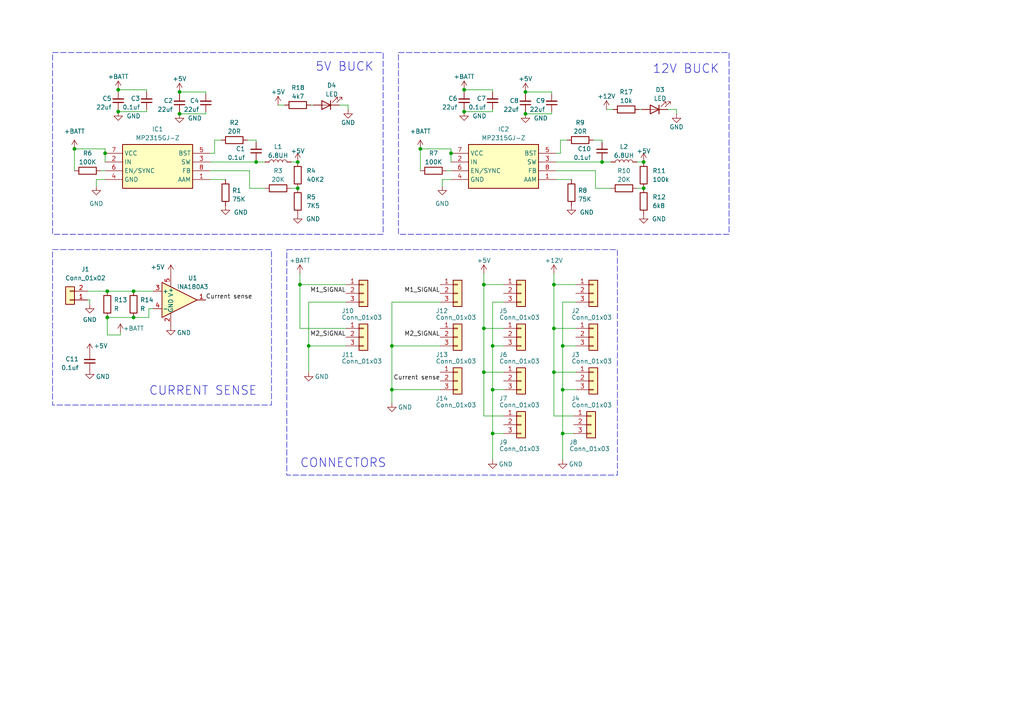
<source format=kicad_sch>
(kicad_sch (version 20230121) (generator eeschema)
  (paper "A4")
  (lib_symbols
    (symbol "+12V_1" (power) (pin_names (offset 0))
      (property "Value" "+12V_1" (at 0 3.556 0))
      (symbol "+12V_1_0_1"
        (polyline (pts (xy -0.762 1.27) (xy 0 2.54)))
        (polyline (pts (xy 0 0) (xy 0 2.54)))
        (polyline (pts (xy 0 2.54) (xy 0.762 1.27)))
      )
      (symbol "+12V_1_1_1"
        (pin power_in line (at 0 0 90) (length 0) hide (name "+12V") (number "1"))
      )
    )
    (symbol "+5V_1" (power) (pin_names (offset 0))
      (property "Value" "+5V_1" (at 0 3.556 0))
      (symbol "+5V_1_0_1"
        (polyline (pts (xy -0.762 1.27) (xy 0 2.54)))
        (polyline (pts (xy 0 0) (xy 0 2.54)))
        (polyline (pts (xy 0 2.54) (xy 0.762 1.27)))
      )
      (symbol "+5V_1_1_1"
        (pin power_in line (at 0 0 90) (length 0) hide (name "+5V") (number "1"))
      )
    )
    (symbol "Amplifier_Current:INA180A3" (pin_names (offset 0.127))
      (property "Reference" "U" (at 3.81 3.81 0))
      (property "Value" "INA180A3" (at 3.81 -2.54 0))
      (symbol "INA180A3_0_1"
        (polyline (pts (xy 5.08 0) (xy -5.08 5.08) (xy -5.08 -5.08) (xy 5.08 0)) (stroke (width 0.254)) (fill (type background)))
      )
      (symbol "INA180A3_1_1"
        (pin output line (at 7.62 0 180) (length 2.54) (name "~") (number "1"))
        (pin power_in line (at -2.54 -7.62 90) (length 3.81) (name "GND") (number "2"))
        (pin input line (at -7.62 2.54 0) (length 2.54) (name "+") (number "3"))
        (pin input line (at -7.62 -2.54 0) (length 2.54) (name "-") (number "4"))
        (pin power_in line (at -2.54 7.62 270) (length 3.81) (name "V+") (number "5"))
      )
    )
    (symbol "Connector_Generic:Conn_01x02" (pin_names (offset 1.016) hide)
      (property "Reference" "J" (at 0 2.54 0))
      (property "Value" "Conn_01x02" (at 0 -5.08 0))
      (symbol "Conn_01x02_1_1"
        (rectangle (start -1.27 -2.413) (end 0 -2.667) (stroke (width 0.1524)))
        (rectangle (start -1.27 0.127) (end 0 -0.127) (stroke (width 0.1524)))
        (rectangle (start -1.27 1.27) (end 1.27 -3.81) (stroke (width 0.254)) (fill (type background)))
        (pin passive line (at -5.08 0 0) (length 3.81) (name "Pin_1") (number "1"))
        (pin passive line (at -5.08 -2.54 0) (length 3.81) (name "Pin_2") (number "2"))
      )
    )
    (symbol "Connector_Generic:Conn_01x03" (pin_names (offset 1.016) hide)
      (property "Reference" "J" (at 0 5.08 0))
      (property "Value" "Conn_01x03" (at 0 -5.08 0))
      (symbol "Conn_01x03_1_1"
        (rectangle (start -1.27 -2.413) (end 0 -2.667) (stroke (width 0.1524)))
        (rectangle (start -1.27 0.127) (end 0 -0.127) (stroke (width 0.1524)))
        (rectangle (start -1.27 2.667) (end 0 2.413) (stroke (width 0.1524)))
        (rectangle (start -1.27 3.81) (end 1.27 -3.81) (stroke (width 0.254)) (fill (type background)))
        (pin passive line (at -5.08 2.54 0) (length 3.81) (name "Pin_1") (number "1"))
        (pin passive line (at -5.08 0 0) (length 3.81) (name "Pin_2") (number "2"))
        (pin passive line (at -5.08 -2.54 0) (length 3.81) (name "Pin_3") (number "3"))
      )
    )
    (symbol "Device:C_Small" (pin_numbers hide) (pin_names (offset 0.254) hide)
      (property "Reference" "C" (at 0.254 1.778 0))
      (property "Value" "C_Small" (at 0.254 -2.032 0))
      (symbol "C_Small_0_1"
        (polyline (pts (xy -1.524 -0.508) (xy 1.524 -0.508)) (stroke (width 0.3302)))
        (polyline (pts (xy -1.524 0.508) (xy 1.524 0.508)) (stroke (width 0.3048)))
      )
      (symbol "C_Small_1_1"
        (pin passive line (at 0 2.54 270) (length 2.032) (name "~") (number "1"))
        (pin passive line (at 0 -2.54 90) (length 2.032) (name "~") (number "2"))
      )
    )
    (symbol "Device:L" (pin_numbers hide) (pin_names (offset 1.016) hide)
      (property "Reference" "L" (at -1.27 0 90))
      (property "Value" "L" (at 1.905 0 90))
      (symbol "L_0_1"
        (arc (start 0 -2.54) (mid 0.6323 -1.905) (end 0 -1.27))
        (arc (start 0 -1.27) (mid 0.6323 -0.635) (end 0 0))
        (arc (start 0 0) (mid 0.6323 0.635) (end 0 1.27))
        (arc (start 0 1.27) (mid 0.6323 1.905) (end 0 2.54))
      )
      (symbol "L_1_1"
        (pin passive line (at 0 3.81 270) (length 1.27) (name "1") (number "1"))
        (pin passive line (at 0 -3.81 90) (length 1.27) (name "2") (number "2"))
      )
    )
    (symbol "Device:LED" (pin_numbers hide) (pin_names (offset 1.016) hide)
      (property "Reference" "D" (at 0 2.54 0))
      (property "Value" "LED" (at 0 -2.54 0))
      (symbol "LED_0_1"
        (polyline (pts (xy -1.27 -1.27) (xy -1.27 1.27)) (stroke (width 0.254)))
        (polyline (pts (xy -1.27 0) (xy 1.27 0)))
        (polyline (pts (xy 1.27 -1.27) (xy 1.27 1.27) (xy -1.27 0) (xy 1.27 -1.27)) (stroke (width 0.254)))
        (polyline (pts (xy -3.048 -0.762) (xy -4.572 -2.286) (xy -3.81 -2.286) (xy -4.572 -2.286) (xy -4.572 -1.524)))
        (polyline (pts (xy -1.778 -0.762) (xy -3.302 -2.286) (xy -2.54 -2.286) (xy -3.302 -2.286) (xy -3.302 -1.524)))
      )
      (symbol "LED_1_1"
        (pin passive line (at -3.81 0 0) (length 2.54) (name "K") (number "1"))
        (pin passive line (at 3.81 0 180) (length 2.54) (name "A") (number "2"))
      )
    )
    (symbol "Device:R" (pin_numbers hide) (pin_names (offset 0))
      (property "Reference" "R" (at 2.032 0 90))
      (property "Value" "R" (at 0 0 90))
      (symbol "R_0_1"
        (rectangle (start -1.016 -2.54) (end 1.016 2.54) (stroke (width 0.254)))
      )
      (symbol "R_1_1"
        (pin passive line (at 0 3.81 270) (length 1.27) (name "~") (number "1"))
        (pin passive line (at 0 -3.81 90) (length 1.27) (name "~") (number "2"))
      )
    )
    (symbol "SamacSys_Parts:MP2315GJ-Z"
      (property "Reference" "IC" (at 7.62 7.62 0))
      (property "Value" "MP2315GJ-Z" (at 7.62 5.08 0))
      (symbol "MP2315GJ-Z_1_1"
        (rectangle (start 5.08 2.54) (end 25.4 -10.16) (stroke (width 0.254)) (fill (type background)))
        (pin passive line (at 30.48 -7.62 180) (length 5.08) (name "AAM") (number "1"))
        (pin input line (at 0 -2.54 0) (length 5.08) (name "IN") (number "2"))
        (pin passive line (at 30.48 -2.54 180) (length 5.08) (name "SW") (number "3"))
        (pin power_in line (at 0 -7.62 0) (length 5.08) (name "GND") (number "4"))
        (pin passive line (at 30.48 0 180) (length 5.08) (name "BST") (number "5"))
        (pin passive line (at 0 -5.08 0) (length 5.08) (name "EN/SYNC") (number "6"))
        (pin passive line (at 0 0 0) (length 5.08) (name "VCC") (number "7"))
        (pin passive line (at 30.48 -5.08 180) (length 5.08) (name "FB") (number "8"))
      )
    )
    (symbol "power:+5V" (power) (pin_names (offset 0))
      (property "Value" "+5V" (at 0 3.556 0))
      (symbol "+5V_0_1"
        (polyline (pts (xy -0.762 1.27) (xy 0 2.54)))
        (polyline (pts (xy 0 0) (xy 0 2.54)))
        (polyline (pts (xy 0 2.54) (xy 0.762 1.27)))
      )
      (symbol "+5V_1_1"
        (pin power_in line (at 0 0 90) (length 0) hide (name "+5V") (number "1"))
      )
    )
    (symbol "power:+BATT" (power) (pin_names (offset 0))
      (property "Value" "+BATT" (at 0 3.556 0))
      (symbol "+BATT_0_1"
        (polyline (pts (xy -0.762 1.27) (xy 0 2.54)))
        (polyline (pts (xy 0 0) (xy 0 2.54)))
        (polyline (pts (xy 0 2.54) (xy 0.762 1.27)))
      )
      (symbol "+BATT_1_1"
        (pin power_in line (at 0 0 90) (length 0) hide (name "+BATT") (number "1"))
      )
    )
    (symbol "power:GND" (power) (pin_names (offset 0))
      (property "Value" "GND" (at 0 -3.81 0))
      (symbol "GND_0_1"
        (polyline (pts (xy 0 0) (xy 0 -1.27) (xy 1.27 -1.27) (xy 0 -2.54) (xy -1.27 -1.27) (xy 0 -1.27)))
      )
      (symbol "GND_1_1"
        (pin power_in line (at 0 0 270) (length 0) hide (name "GND") (number "1"))
      )
    )
  )
  (junction (at 34.29 26.035))
  (junction (at 186.69 54.61))
  (junction (at 38.735 92.075))
  (junction (at 186.69 46.99))
  (junction (at 74.295 46.99))
  (junction (at 89.535 100.33))
  (junction (at 152.4 33.02))
  (junction (at 142.875 100.33))
  (junction (at 140.335 107.95))
  (junction (at 52.07 26.67))
  (junction (at 30.48 44.45))
  (junction (at 134.62 32.385))
  (junction (at 34.29 32.385))
  (junction (at 86.995 82.55))
  (junction (at 152.4 26.67))
  (junction (at 160.655 95.25))
  (junction (at 140.335 95.25))
  (junction (at 163.195 113.03))
  (junction (at 21.59 43.18))
  (junction (at 140.335 82.55))
  (junction (at 142.875 113.03))
  (junction (at 38.735 84.455))
  (junction (at 113.665 113.03))
  (junction (at 121.92 43.18))
  (junction (at 134.62 26.035))
  (junction (at 86.36 54.61))
  (junction (at 86.36 46.99))
  (junction (at 52.07 33.02))
  (junction (at 130.81 44.45))
  (junction (at 160.655 107.95))
  (junction (at 163.195 125.73))
  (junction (at 163.195 100.33))
  (junction (at 142.875 125.73))
  (junction (at 174.625 46.99))
  (junction (at 113.665 100.33))
  (junction (at 160.655 82.55))
  (junction (at 31.115 92.075))
  (junction (at 31.115 84.455))
  (wire (pts (xy 162.56 44.45) (xy 162.56 40.64)))
  (wire (pts (xy 160.655 82.55) (xy 167.005 82.55)))
  (wire (pts (xy 130.81 44.45) (xy 130.81 43.18)))
  (wire (pts (xy 34.925 97.155) (xy 34.925 96.52)))
  (wire (pts (xy 86.995 79.375) (xy 86.995 82.55)))
  (wire (pts (xy 30.48 43.18) (xy 21.59 43.18)))
  (wire (pts (xy 142.875 26.035) (xy 142.875 26.67)))
  (wire (pts (xy 160.02 33.02) (xy 152.4 33.02)))
  (wire (pts (xy 29.21 49.53) (xy 30.48 49.53)))
  (wire (pts (xy 134.62 26.035) (xy 142.875 26.035)))
  (wire (pts (xy 160.02 26.67) (xy 152.4 26.67)))
  (wire (pts (xy 140.335 95.25) (xy 146.05 95.25)))
  (wire (pts (xy 142.875 32.385) (xy 142.875 31.75)))
  (wire (pts (xy 160.02 26.67) (xy 160.02 27.305)))
  (wire (pts (xy 172.085 40.64) (xy 174.625 40.64)))
  (wire (pts (xy 34.29 32.385) (xy 34.29 31.75)))
  (wire (pts (xy 163.195 113.03) (xy 167.005 113.03)))
  (wire (pts (xy 86.995 95.25) (xy 100.33 95.25)))
  (wire (pts (xy 134.62 26.035) (xy 134.62 26.67)))
  (wire (pts (xy 163.195 100.33) (xy 163.195 87.63)))
  (wire (pts (xy 27.94 52.07) (xy 30.48 52.07)))
  (wire (pts (xy 100.965 31.75) (xy 100.965 30.48)))
  (wire (pts (xy 160.655 79.375) (xy 160.655 82.55)))
  (wire (pts (xy 34.29 26.035) (xy 42.545 26.035)))
  (wire (pts (xy 59.69 26.67) (xy 52.07 26.67)))
  (wire (pts (xy 43.18 92.075) (xy 43.18 89.535)))
  (wire (pts (xy 160.655 95.25) (xy 160.655 107.95)))
  (wire (pts (xy 74.295 46.99) (xy 76.835 46.99)))
  (wire (pts (xy 80.645 30.48) (xy 82.55 30.48)))
  (wire (pts (xy 31.115 84.455) (xy 38.735 84.455)))
  (wire (pts (xy 172.72 49.53) (xy 161.29 49.53)))
  (wire (pts (xy 160.655 82.55) (xy 160.655 95.25)))
  (wire (pts (xy 113.665 100.33) (xy 113.665 87.63)))
  (wire (pts (xy 142.875 125.73) (xy 146.05 125.73)))
  (wire (pts (xy 174.625 46.99) (xy 177.165 46.99)))
  (wire (pts (xy 142.875 133.35) (xy 142.875 125.73)))
  (wire (pts (xy 140.335 95.25) (xy 140.335 107.95)))
  (wire (pts (xy 113.665 113.03) (xy 113.665 100.33)))
  (wire (pts (xy 142.875 100.33) (xy 142.875 87.63)))
  (wire (pts (xy 62.23 40.64) (xy 64.135 40.64)))
  (wire (pts (xy 129.54 49.53) (xy 130.81 49.53)))
  (wire (pts (xy 98.425 30.48) (xy 100.965 30.48)))
  (wire (pts (xy 163.195 87.63) (xy 167.005 87.63)))
  (wire (pts (xy 84.455 46.99) (xy 86.36 46.99)))
  (wire (pts (xy 89.535 107.95) (xy 89.535 100.33)))
  (wire (pts (xy 174.625 46.99) (xy 161.29 46.99)))
  (wire (pts (xy 162.56 40.64) (xy 164.465 40.64)))
  (wire (pts (xy 161.29 52.07) (xy 165.735 52.07)))
  (wire (pts (xy 25.4 84.455) (xy 31.115 84.455)))
  (wire (pts (xy 163.195 113.03) (xy 163.195 125.73)))
  (wire (pts (xy 86.995 82.55) (xy 86.995 95.25)))
  (wire (pts (xy 160.655 107.95) (xy 160.655 120.65)))
  (wire (pts (xy 38.735 92.075) (xy 43.18 92.075)))
  (wire (pts (xy 160.655 107.95) (xy 167.005 107.95)))
  (wire (pts (xy 100.33 87.63) (xy 89.535 87.63)))
  (wire (pts (xy 163.195 113.03) (xy 163.195 100.33)))
  (wire (pts (xy 76.835 54.61) (xy 72.39 54.61)))
  (wire (pts (xy 113.665 100.33) (xy 127.635 100.33)))
  (wire (pts (xy 42.545 32.385) (xy 42.545 31.75)))
  (wire (pts (xy 174.625 46.355) (xy 174.625 46.99)))
  (wire (pts (xy 30.48 44.45) (xy 30.48 43.18)))
  (wire (pts (xy 196.215 33.02) (xy 196.215 31.75)))
  (wire (pts (xy 166.37 125.73) (xy 163.195 125.73)))
  (wire (pts (xy 142.875 113.03) (xy 146.05 113.03)))
  (wire (pts (xy 74.295 40.64) (xy 74.295 41.275)))
  (wire (pts (xy 26.035 86.995) (xy 26.035 88.265)))
  (wire (pts (xy 140.335 107.95) (xy 140.335 120.65)))
  (wire (pts (xy 86.995 82.55) (xy 100.33 82.55)))
  (wire (pts (xy 42.545 26.035) (xy 42.545 26.67)))
  (wire (pts (xy 34.29 26.035) (xy 34.29 26.67)))
  (wire (pts (xy 193.675 31.75) (xy 196.215 31.75)))
  (wire (pts (xy 34.29 32.385) (xy 42.545 32.385)))
  (wire (pts (xy 30.48 46.99) (xy 30.48 44.45)))
  (wire (pts (xy 140.335 82.55) (xy 140.335 95.25)))
  (wire (pts (xy 71.755 40.64) (xy 74.295 40.64)))
  (wire (pts (xy 128.27 52.07) (xy 130.81 52.07)))
  (wire (pts (xy 184.785 54.61) (xy 186.69 54.61)))
  (wire (pts (xy 52.07 32.385) (xy 52.07 33.02)))
  (wire (pts (xy 62.23 44.45) (xy 62.23 40.64)))
  (wire (pts (xy 184.785 46.99) (xy 186.69 46.99)))
  (wire (pts (xy 84.455 54.61) (xy 86.36 54.61)))
  (wire (pts (xy 185.42 31.75) (xy 186.055 31.75)))
  (wire (pts (xy 152.4 32.385) (xy 152.4 33.02)))
  (wire (pts (xy 152.4 27.305) (xy 152.4 26.67)))
  (wire (pts (xy 140.335 107.95) (xy 146.05 107.95)))
  (wire (pts (xy 175.895 31.75) (xy 177.8 31.75)))
  (wire (pts (xy 134.62 32.385) (xy 142.875 32.385)))
  (wire (pts (xy 52.07 27.305) (xy 52.07 26.67)))
  (wire (pts (xy 31.115 92.075) (xy 38.735 92.075)))
  (wire (pts (xy 140.335 79.375) (xy 140.335 82.55)))
  (wire (pts (xy 174.625 40.64) (xy 174.625 41.275)))
  (wire (pts (xy 25.4 86.995) (xy 26.035 86.995)))
  (wire (pts (xy 59.69 26.67) (xy 59.69 27.305)))
  (wire (pts (xy 163.195 100.33) (xy 167.005 100.33)))
  (wire (pts (xy 60.96 44.45) (xy 62.23 44.45)))
  (wire (pts (xy 60.96 52.07) (xy 65.405 52.07)))
  (wire (pts (xy 140.335 82.55) (xy 146.05 82.55)))
  (wire (pts (xy 113.665 87.63) (xy 127.635 87.63)))
  (wire (pts (xy 161.29 44.45) (xy 162.56 44.45)))
  (wire (pts (xy 72.39 49.53) (xy 60.96 49.53)))
  (wire (pts (xy 38.735 84.455) (xy 44.45 84.455)))
  (wire (pts (xy 74.295 46.99) (xy 60.96 46.99)))
  (wire (pts (xy 134.62 32.385) (xy 134.62 31.75)))
  (wire (pts (xy 89.535 100.33) (xy 100.33 100.33)))
  (wire (pts (xy 163.195 125.73) (xy 163.195 133.35)))
  (wire (pts (xy 89.535 87.63) (xy 89.535 100.33)))
  (wire (pts (xy 43.18 89.535) (xy 44.45 89.535)))
  (wire (pts (xy 142.875 100.33) (xy 146.05 100.33)))
  (wire (pts (xy 121.92 49.53) (xy 121.92 43.18)))
  (wire (pts (xy 34.925 97.155) (xy 31.115 97.155)))
  (wire (pts (xy 128.27 53.975) (xy 128.27 52.07)))
  (wire (pts (xy 113.665 116.84) (xy 113.665 113.03)))
  (wire (pts (xy 160.02 33.02) (xy 160.02 32.385)))
  (wire (pts (xy 59.69 33.02) (xy 59.69 32.385)))
  (wire (pts (xy 160.655 120.65) (xy 166.37 120.65)))
  (wire (pts (xy 160.655 95.25) (xy 167.005 95.25)))
  (wire (pts (xy 90.805 30.48) (xy 90.17 30.48)))
  (wire (pts (xy 142.875 113.03) (xy 142.875 100.33)))
  (wire (pts (xy 130.81 43.18) (xy 121.92 43.18)))
  (wire (pts (xy 59.69 33.02) (xy 52.07 33.02)))
  (wire (pts (xy 72.39 54.61) (xy 72.39 49.53)))
  (wire (pts (xy 142.875 125.73) (xy 142.875 113.03)))
  (wire (pts (xy 177.165 54.61) (xy 172.72 54.61)))
  (wire (pts (xy 140.335 120.65) (xy 146.05 120.65)))
  (wire (pts (xy 113.665 113.03) (xy 127.635 113.03)))
  (wire (pts (xy 21.59 49.53) (xy 21.59 43.18)))
  (wire (pts (xy 31.115 97.155) (xy 31.115 92.075)))
  (wire (pts (xy 142.875 87.63) (xy 146.05 87.63)))
  (wire (pts (xy 27.94 53.975) (xy 27.94 52.07)))
  (wire (pts (xy 74.295 46.355) (xy 74.295 46.99)))
  (wire (pts (xy 172.72 54.61) (xy 172.72 49.53)))
  (wire (pts (xy 130.81 46.99) (xy 130.81 44.45)))
  (rectangle (start 15.24 72.39) (end 78.74 117.475) (stroke (width 0) (type dash)))
  (rectangle (start 115.57 15.24) (end 211.455 67.945) (stroke (width 0) (type dash)))
  (rectangle (start 15.24 15.24) (end 111.125 67.945) (stroke (width 0) (type dash)))
  (rectangle (start 83.185 72.39) (end 179.07 137.795) (stroke (width 0) (type dash)))
  (text "5V BUCK" (at 91.44 20.955 0) (effects (font (size 2.54 2.54)) (justify left bottom)))
  (text "CONNECTORS" (at 86.995 135.89 0) (effects (font (size 2.54 2.54)) (justify left bottom)))
  (text "12V BUCK" (at 189.23 21.59 0) (effects (font (size 2.54 2.54)) (justify left bottom)))
  (text "CURRENT SENSE" (at 43.18 114.935 0) (effects (font (size 2.54 2.54)) (justify left bottom)))
  (label "M2_SIGNAL" (at 100.33 97.79 180))
  (label "M2_SIGNAL" (at 127.635 97.79 180))
  (label "Current sense" (at 127.635 110.49 180))
  (label "M1_SIGNAL" (at 127.635 85.09 180))
  (label "M1_SIGNAL" (at 100.33 85.09 180))
  (label "Current sense" (at 59.69 86.995 0))
  (symbol (lib_id "Connector_Generic:Conn_01x03") (at 105.41 85.09 0) (unit 1)
    (property "Reference" "J10" (at 99.06 90.17 0) (effects (justify left)))
    (property "Value" "Conn_01x03" (at 99.06 92.075 0) (effects (justify left)))
  )
  (symbol (lib_name "+5V_1") (lib_id "power:+5V") (at 80.645 30.48 0) (unit 1)
    (property "Reference" "#PWR029" (effects hide))
    (property "Value" "+5V" (at 80.645 26.67 0))
  )
  (symbol (lib_id "Device:R") (at 165.735 55.88 180) (unit 1)
    (property "Reference" "R8" (at 167.64 55.245 0) (effects (justify right)))
    (property "Value" "75K" (at 167.64 57.785 0) (effects (justify right)))
    (property "Footprint" "Resistor_SMD:R_0805_2012Metric_Pad1.20x1.40mm_HandSolder" (effects hide))
  )
  (symbol (lib_id "Connector_Generic:Conn_01x03") (at 151.13 110.49 0) (unit 1)
    (property "Reference" "J7" (at 144.78 115.57 0) (effects (justify left)))
    (property "Value" "Conn_01x03" (at 144.78 117.475 0) (effects (justify left)))
  )
  (symbol (lib_id "power:GND") (at 52.07 33.02 0) (unit 1)
    (property "Reference" "#PWR06" (effects hide))
    (property "Value" "GND" (at 56.515 34.29 0))
  )
  (symbol (lib_id "Connector_Generic:Conn_01x03") (at 151.13 123.19 0) (unit 1)
    (property "Reference" "J9" (at 144.78 128.27 0) (effects (justify left)))
    (property "Value" "Conn_01x03" (at 144.78 130.175 0) (effects (justify left)))
  )
  (symbol (lib_id "Amplifier_Current:INA180A3") (at 52.07 86.995 0) (unit 1)
    (property "Reference" "U1" (at 55.88 80.645 0))
    (property "Value" "INA180A3" (at 55.88 83.185 0))
    (property "Footprint" "Package_TO_SOT_SMD:SOT-23-5" (effects hide))
    (property "Datasheet" "http://www.ti.com/lit/ds/symlink/ina180.pdf" (effects hide))
  )
  (symbol (lib_id "Connector_Generic:Conn_01x03") (at 151.13 97.79 0) (unit 1)
    (property "Reference" "J6" (at 144.78 102.87 0) (effects (justify left)))
    (property "Value" "Conn_01x03" (at 144.78 104.775 0) (effects (justify left)))
  )
  (symbol (lib_name "+12V_1") (lib_id "power:+12V") (at 175.895 31.75 0) (unit 1)
    (property "Reference" "#PWR028" (effects hide))
    (property "Value" "+12V" (at 175.895 27.94 0))
  )
  (symbol (lib_id "power:+BATT") (at 34.925 96.52 0) (unit 1)
    (property "Reference" "#PWR022" (effects hide))
    (property "Value" "+BATT" (at 38.735 95.25 0))
  )
  (symbol (lib_id "Connector_Generic:Conn_01x03") (at 151.13 85.09 0) (unit 1)
    (property "Reference" "J5" (at 144.78 90.17 0) (effects (justify left)))
    (property "Value" "Conn_01x03" (at 144.78 92.075 0) (effects (justify left)))
  )
  (symbol (lib_id "power:GND") (at 128.27 53.975 0) (unit 1)
    (property "Reference" "#PWR011" (effects hide))
    (property "Value" "GND" (at 128.27 59.055 0))
  )
  (symbol (lib_id "Device:C_Small") (at 26.035 104.775 0) (mirror x) (unit 1)
    (property "Reference" "C11" (at 22.86 104.1336 0) (effects (justify right)))
    (property "Value" "0.1uf" (at 22.86 106.6736 0) (effects (justify right)))
  )
  (symbol (lib_id "Device:C_Small") (at 142.875 29.21 0) (mirror x) (unit 1)
    (property "Reference" "C7" (at 140.97 28.575 0) (effects (justify right)))
    (property "Value" "0.1uf" (at 140.97 31.115 0) (effects (justify right)))
  )
  (symbol (lib_id "Connector_Generic:Conn_01x03") (at 105.41 97.79 0) (unit 1)
    (property "Reference" "J11" (at 99.06 102.87 0) (effects (justify left)))
    (property "Value" "Conn_01x03" (at 99.06 104.775 0) (effects (justify left)))
  )
  (symbol (lib_id "power:+BATT") (at 121.92 43.18 0) (unit 1)
    (property "Reference" "#PWR010" (effects hide))
    (property "Value" "+BATT" (at 121.92 38.1 0))
  )
  (symbol (lib_id "Device:C_Small") (at 52.07 29.845 0) (mirror x) (unit 1)
    (property "Reference" "C2" (at 50.165 29.21 0) (effects (justify right)))
    (property "Value" "22uf" (at 50.165 31.75 0) (effects (justify right)))
  )
  (symbol (lib_id "Device:R") (at 125.73 49.53 90) (unit 1)
    (property "Reference" "R7" (at 125.73 44.45 90))
    (property "Value" "100K" (at 125.73 46.99 90))
    (property "Footprint" "Resistor_SMD:R_0805_2012Metric_Pad1.20x1.40mm_HandSolder" (effects hide))
  )
  (symbol (lib_id "Device:C_Small") (at 34.29 29.21 0) (mirror x) (unit 1)
    (property "Reference" "C5" (at 32.385 28.575 0) (effects (justify right)))
    (property "Value" "22uf" (at 32.385 31.115 0) (effects (justify right)))
  )
  (symbol (lib_id "power:+BATT") (at 86.995 79.375 0) (unit 1)
    (property "Reference" "#PWR033" (effects hide))
    (property "Value" "+BATT" (at 86.995 75.565 0))
  )
  (symbol (lib_id "SamacSys_Parts:MP2315GJ-Z") (at 130.81 44.45 0) (unit 1)
    (property "Reference" "IC2" (at 146.05 37.465 0))
    (property "Value" "MP2315GJ-Z" (at 146.05 40.005 0))
    (property "Footprint" "SOT65P280X100-8N" (effects hide))
    (property "Datasheet" "https://componentsearchengine.com/Datasheets/1/MP2315GJ-Z.pdf" (effects hide))
    (property "Height" "1" (effects hide))
    (property "Manufacturer_Name" "Monolithic Power Systems (MPS)" (effects hide))
    (property "Manufacturer_Part_Number" "MP2315GJ-Z" (effects hide))
  )
  (symbol (lib_id "Device:L") (at 180.975 46.99 90) (unit 1)
    (property "Reference" "L2" (at 180.975 42.545 90))
    (property "Value" "6.8UH" (at 180.975 45.085 90))
    (property "Footprint" "Inductor_SMD:L_Ferrocore_DLG-0703" (effects hide))
  )
  (symbol (lib_name "+12V_1") (lib_id "power:+12V") (at 160.655 79.375 0) (unit 1)
    (property "Reference" "#PWR032" (effects hide))
    (property "Value" "+12V" (at 160.655 75.565 0))
  )
  (symbol (lib_id "power:GND") (at 27.94 53.975 0) (unit 1)
    (property "Reference" "#PWR01" (effects hide))
    (property "Value" "GND" (at 27.94 59.055 0))
  )
  (symbol (lib_id "Device:R") (at 25.4 49.53 90) (unit 1)
    (property "Reference" "R6" (at 25.4 44.45 90))
    (property "Value" "100K" (at 25.4 46.99 90))
    (property "Footprint" "Resistor_SMD:R_0805_2012Metric_Pad1.20x1.40mm_HandSolder" (effects hide))
  )
  (symbol (lib_id "Connector_Generic:Conn_01x03") (at 172.085 85.09 0) (unit 1)
    (property "Reference" "J2" (at 165.735 90.17 0) (effects (justify left)))
    (property "Value" "Conn_01x03" (at 165.735 92.075 0) (effects (justify left)))
  )
  (symbol (lib_id "Device:R") (at 180.975 54.61 90) (unit 1)
    (property "Reference" "R10" (at 180.975 49.53 90))
    (property "Value" "20K" (at 180.975 52.07 90))
    (property "Footprint" "Resistor_SMD:R_0805_2012Metric_Pad1.20x1.40mm_HandSolder" (effects hide))
  )
  (symbol (lib_id "Device:R") (at 38.735 88.265 0) (unit 1)
    (property "Reference" "R14" (at 40.64 86.9949 0) (effects (justify left)))
    (property "Value" "R" (at 40.64 89.5349 0) (effects (justify left)))
    (property "Footprint" "Resistor_SMD:R_2512_6332Metric_Pad1.40x3.35mm_HandSolder" (effects hide))
  )
  (symbol (lib_id "Connector_Generic:Conn_01x03") (at 132.715 85.09 0) (unit 1)
    (property "Reference" "J12" (at 126.365 90.17 0) (effects (justify left)))
    (property "Value" "Conn_01x03" (at 126.365 92.075 0) (effects (justify left)))
  )
  (symbol (lib_id "power:+5V") (at 152.4 26.67 0) (unit 1)
    (property "Reference" "#PWR014" (effects hide))
    (property "Value" "+5V" (at 152.4 22.86 0))
  )
  (symbol (lib_id "SamacSys_Parts:MP2315GJ-Z") (at 30.48 44.45 0) (unit 1)
    (property "Reference" "IC1" (at 45.72 37.465 0))
    (property "Value" "MP2315GJ-Z" (at 45.72 40.005 0))
    (property "Footprint" "SOT65P280X100-8N" (effects hide))
    (property "Datasheet" "https://componentsearchengine.com/Datasheets/1/MP2315GJ-Z.pdf" (effects hide))
    (property "Height" "1" (effects hide))
    (property "Manufacturer_Name" "Monolithic Power Systems (MPS)" (effects hide))
    (property "Manufacturer_Part_Number" "MP2315GJ-Z" (effects hide))
  )
  (symbol (lib_id "power:GND") (at 49.53 94.615 0) (unit 1)
    (property "Reference" "#PWR020" (effects hide))
    (property "Value" "GND" (at 53.34 96.52 0))
  )
  (symbol (lib_id "Device:C_Small") (at 134.62 29.21 0) (mirror x) (unit 1)
    (property "Reference" "C6" (at 132.715 28.575 0) (effects (justify right)))
    (property "Value" "22uf" (at 132.715 31.115 0) (effects (justify right)))
  )
  (symbol (lib_id "Connector_Generic:Conn_01x03") (at 132.715 97.79 0) (unit 1)
    (property "Reference" "J13" (at 126.365 102.87 0) (effects (justify left)))
    (property "Value" "Conn_01x03" (at 126.365 104.775 0) (effects (justify left)))
  )
  (symbol (lib_id "Device:C_Small") (at 74.295 43.815 0) (mirror x) (unit 1)
    (property "Reference" "C1" (at 71.12 43.1736 0) (effects (justify right)))
    (property "Value" "0.1uf" (at 71.12 45.7136 0) (effects (justify right)))
  )
  (symbol (lib_id "Device:C_Small") (at 174.625 43.815 0) (mirror x) (unit 1)
    (property "Reference" "C10" (at 171.45 43.1736 0) (effects (justify right)))
    (property "Value" "0.1uf" (at 171.45 45.7136 0) (effects (justify right)))
  )
  (symbol (lib_name "+5V_1") (lib_id "power:+5V") (at 140.335 79.375 0) (unit 1)
    (property "Reference" "#PWR027" (effects hide))
    (property "Value" "+5V" (at 140.335 75.565 0))
  )
  (symbol (lib_id "Device:C_Small") (at 42.545 29.21 0) (mirror x) (unit 1)
    (property "Reference" "C3" (at 40.64 28.575 0) (effects (justify right)))
    (property "Value" "0.1uf" (at 40.64 31.115 0) (effects (justify right)))
  )
  (symbol (lib_id "Device:R") (at 186.69 50.8 0) (unit 1)
    (property "Reference" "R11" (at 189.23 49.5299 0) (effects (justify left)))
    (property "Value" "100k" (at 189.23 52.0699 0) (effects (justify left)))
    (property "Footprint" "Resistor_SMD:R_0805_2012Metric_Pad1.20x1.40mm_HandSolder" (effects hide))
  )
  (symbol (lib_id "Device:R") (at 86.36 50.8 0) (unit 1)
    (property "Reference" "R4" (at 88.9 49.5299 0) (effects (justify left)))
    (property "Value" "40K2" (at 88.9 52.0699 0) (effects (justify left)))
    (property "Footprint" "Resistor_SMD:R_0805_2012Metric_Pad1.20x1.40mm_HandSolder" (effects hide))
  )
  (symbol (lib_id "power:+5V") (at 52.07 26.67 0) (unit 1)
    (property "Reference" "#PWR07" (effects hide))
    (property "Value" "+5V" (at 52.07 22.86 0))
  )
  (symbol (lib_id "Device:R") (at 181.61 31.75 90) (unit 1)
    (property "Reference" "R17" (at 181.61 26.67 90))
    (property "Value" "10k" (at 181.61 29.21 90))
    (property "Footprint" "Resistor_SMD:R_0805_2012Metric_Pad1.20x1.40mm_HandSolder" (effects hide))
  )
  (symbol (lib_id "Connector_Generic:Conn_01x03") (at 172.085 110.49 0) (unit 1)
    (property "Reference" "J4" (at 165.735 115.57 0) (effects (justify left)))
    (property "Value" "Conn_01x03" (at 165.735 117.475 0) (effects (justify left)))
  )
  (symbol (lib_id "power:GND") (at 89.535 107.95 0) (unit 1)
    (property "Reference" "#PWR034" (effects hide))
    (property "Value" "GND" (at 93.345 109.22 0))
  )
  (symbol (lib_id "Device:L") (at 80.645 46.99 90) (unit 1)
    (property "Reference" "L1" (at 80.645 42.545 90))
    (property "Value" "6.8UH" (at 80.645 45.085 90))
    (property "Footprint" "Inductor_SMD:L_Ferrocore_DLG-0703" (effects hide))
  )
  (symbol (lib_id "power:+BATT") (at 21.59 43.18 0) (unit 1)
    (property "Reference" "#PWR05" (effects hide))
    (property "Value" "+BATT" (at 21.59 38.1 0))
  )
  (symbol (lib_id "Device:LED") (at 189.865 31.75 180) (unit 1)
    (property "Reference" "D3" (at 191.4525 26.035 0))
    (property "Value" "LED" (at 191.4525 28.575 0))
    (property "Footprint" "LED_SMD:LED_0805_2012Metric_Pad1.15x1.40mm_HandSolder" (effects hide))
  )
  (symbol (lib_id "power:GND") (at 163.195 133.35 0) (unit 1)
    (property "Reference" "#PWR025" (effects hide))
    (property "Value" "GND" (at 167.005 134.62 0))
  )
  (symbol (lib_id "power:GND") (at 34.29 32.385 0) (unit 1)
    (property "Reference" "#PWR09" (effects hide))
    (property "Value" "GND" (at 38.735 33.655 0))
  )
  (symbol (lib_id "Device:LED") (at 94.615 30.48 180) (unit 1)
    (property "Reference" "D4" (at 96.2025 24.765 0))
    (property "Value" "LED" (at 96.2025 27.305 0))
    (property "Footprint" "LED_SMD:LED_0805_2012Metric_Pad1.15x1.40mm_HandSolder" (effects hide))
  )
  (symbol (lib_id "Connector_Generic:Conn_01x03") (at 172.085 97.79 0) (unit 1)
    (property "Reference" "J3" (at 165.735 102.87 0) (effects (justify left)))
    (property "Value" "Conn_01x03" (at 165.735 104.775 0) (effects (justify left)))
  )
  (symbol (lib_id "Device:R") (at 80.645 54.61 90) (unit 1)
    (property "Reference" "R3" (at 80.645 49.53 90))
    (property "Value" "20K" (at 80.645 52.07 90))
    (property "Footprint" "Resistor_SMD:R_0805_2012Metric_Pad1.20x1.40mm_HandSolder" (effects hide))
  )
  (symbol (lib_id "power:GND") (at 26.035 88.265 0) (unit 1)
    (property "Reference" "#PWR021" (effects hide))
    (property "Value" "GND" (at 26.035 92.71 0))
  )
  (symbol (lib_id "power:+5V") (at 86.36 46.99 0) (unit 1)
    (property "Reference" "#PWR04" (effects hide))
    (property "Value" "+5V" (at 86.36 43.815 0))
  )
  (symbol (lib_id "Device:R") (at 186.69 58.42 0) (unit 1)
    (property "Reference" "R12" (at 189.23 57.1499 0) (effects (justify left)))
    (property "Value" "6k8" (at 189.23 59.6899 0) (effects (justify left)))
    (property "Footprint" "Resistor_SMD:R_0805_2012Metric_Pad1.20x1.40mm_HandSolder" (effects hide))
  )
  (symbol (lib_id "power:+5V") (at 49.53 79.375 0) (unit 1)
    (property "Reference" "#PWR019" (effects hide))
    (property "Value" "+5V" (at 45.72 77.47 0))
  )
  (symbol (lib_id "power:GND") (at 26.035 107.315 0) (unit 1)
    (property "Reference" "#PWR024" (effects hide))
    (property "Value" "GND" (at 29.845 109.22 0))
  )
  (symbol (lib_id "Device:C_Small") (at 160.02 29.845 0) (mirror x) (unit 1)
    (property "Reference" "C9" (at 158.115 29.21 0) (effects (justify right)))
    (property "Value" "22uf" (at 158.115 31.75 0) (effects (justify right)))
  )
  (symbol (lib_id "Device:R") (at 65.405 55.88 180) (unit 1)
    (property "Reference" "R1" (at 67.31 55.245 0) (effects (justify right)))
    (property "Value" "75K" (at 67.31 57.785 0) (effects (justify right)))
    (property "Footprint" "Resistor_SMD:R_0805_2012Metric_Pad1.20x1.40mm_HandSolder" (effects hide))
  )
  (symbol (lib_id "power:+BATT") (at 34.29 26.035 0) (unit 1)
    (property "Reference" "#PWR08" (effects hide))
    (property "Value" "+BATT" (at 34.29 22.225 0))
  )
  (symbol (lib_id "Device:C_Small") (at 59.69 29.845 0) (mirror x) (unit 1)
    (property "Reference" "C4" (at 57.785 29.21 0) (effects (justify right)))
    (property "Value" "22uf" (at 57.785 31.75 0) (effects (justify right)))
  )
  (symbol (lib_id "power:GND") (at 134.62 32.385 0) (unit 1)
    (property "Reference" "#PWR013" (effects hide))
    (property "Value" "GND" (at 139.065 33.655 0))
  )
  (symbol (lib_id "power:GND") (at 113.665 116.84 0) (unit 1)
    (property "Reference" "#PWR035" (effects hide))
    (property "Value" "GND" (at 117.475 118.11 0))
  )
  (symbol (lib_id "power:+5V") (at 26.035 102.235 0) (unit 1)
    (property "Reference" "#PWR023" (effects hide))
    (property "Value" "+5V" (at 29.21 100.33 0))
  )
  (symbol (lib_id "Device:R") (at 31.115 88.265 0) (unit 1)
    (property "Reference" "R13" (at 33.02 86.9949 0) (effects (justify left)))
    (property "Value" "R" (at 33.02 89.5349 0) (effects (justify left)))
    (property "Footprint" "Resistor_SMD:R_2512_6332Metric_Pad1.40x3.35mm_HandSolder" (effects hide))
  )
  (symbol (lib_id "power:GND") (at 65.405 59.69 0) (unit 1)
    (property "Reference" "#PWR02" (effects hide))
    (property "Value" "GND" (at 69.85 61.595 0))
  )
  (symbol (lib_id "power:GND") (at 186.69 62.23 0) (unit 1)
    (property "Reference" "#PWR018" (effects hide))
    (property "Value" "GND" (at 191.135 63.5 0))
  )
  (symbol (lib_id "power:GND") (at 86.36 62.23 0) (unit 1)
    (property "Reference" "#PWR03" (effects hide))
    (property "Value" "GND" (at 90.805 63.5 0))
  )
  (symbol (lib_id "Device:R") (at 168.275 40.64 90) (unit 1)
    (property "Reference" "R9" (at 168.275 35.56 90))
    (property "Value" "20R" (at 168.275 38.1 90))
    (property "Footprint" "Resistor_SMD:R_0805_2012Metric_Pad1.20x1.40mm_HandSolder" (effects hide))
  )
  (symbol (lib_id "Device:R") (at 86.36 30.48 90) (unit 1)
    (property "Reference" "R18" (at 86.4345 25.4344 90))
    (property "Value" "4k7" (at 86.4345 27.9744 90))
    (property "Footprint" "Resistor_SMD:R_0805_2012Metric_Pad1.20x1.40mm_HandSolder" (effects hide))
  )
  (symbol (lib_id "Device:C_Small") (at 152.4 29.845 0) (mirror x) (unit 1)
    (property "Reference" "C8" (at 150.495 29.21 0) (effects (justify right)))
    (property "Value" "22uf" (at 150.495 31.75 0) (effects (justify right)))
  )
  (symbol (lib_id "power:+5V") (at 186.69 46.99 0) (unit 1)
    (property "Reference" "#PWR017" (effects hide))
    (property "Value" "+5V" (at 186.69 43.815 0))
  )
  (symbol (lib_id "power:GND") (at 152.4 33.02 0) (unit 1)
    (property "Reference" "#PWR015" (effects hide))
    (property "Value" "GND" (at 156.845 34.29 0))
  )
  (symbol (lib_id "Device:R") (at 67.945 40.64 90) (unit 1)
    (property "Reference" "R2" (at 67.945 35.56 90))
    (property "Value" "20R" (at 67.945 38.1 90))
    (property "Footprint" "Resistor_SMD:R_0805_2012Metric_Pad1.20x1.40mm_HandSolder" (effects hide))
  )
  (symbol (lib_id "power:GND") (at 142.875 133.35 0) (unit 1)
    (property "Reference" "#PWR026" (effects hide))
    (property "Value" "GND" (at 146.685 134.62 0))
  )
  (symbol (lib_id "power:GND") (at 196.215 33.02 0) (unit 1)
    (property "Reference" "#PWR031" (effects hide))
    (property "Value" "GND" (at 196.215 36.83 0))
  )
  (symbol (lib_id "power:GND") (at 100.965 31.75 0) (unit 1)
    (property "Reference" "#PWR030" (effects hide))
    (property "Value" "GND" (at 100.965 35.56 0))
  )
  (symbol (lib_id "Connector_Generic:Conn_01x02") (at 20.32 86.995 180) (unit 1)
    (property "Reference" "J1" (at 24.765 78.105 0))
    (property "Value" "Conn_01x02" (at 24.765 80.645 0))
  )
  (symbol (lib_id "power:GND") (at 165.735 59.69 0) (unit 1)
    (property "Reference" "#PWR016" (effects hide))
    (property "Value" "GND" (at 170.18 61.595 0))
  )
  (symbol (lib_id "power:+BATT") (at 134.62 26.035 0) (unit 1)
    (property "Reference" "#PWR012" (effects hide))
    (property "Value" "+BATT" (at 134.62 22.225 0))
  )
  (symbol (lib_id "Connector_Generic:Conn_01x03") (at 171.45 123.19 0) (unit 1)
    (property "Reference" "J8" (at 165.1 128.27 0) (effects (justify left)))
    (property "Value" "Conn_01x03" (at 165.1 130.175 0) (effects (justify left)))
  )
  (symbol (lib_id "Device:R") (at 86.36 58.42 0) (unit 1)
    (property "Reference" "R5" (at 88.9 57.1499 0) (effects (justify left)))
    (property "Value" "7K5" (at 88.9 59.6899 0) (effects (justify left)))
    (property "Footprint" "Resistor_SMD:R_0805_2012Metric_Pad1.20x1.40mm_HandSolder" (effects hide))
  )
  (symbol (lib_id "Connector_Generic:Conn_01x03") (at 132.715 110.49 0) (unit 1)
    (property "Reference" "J14" (at 126.365 115.57 0) (effects (justify left)))
    (property "Value" "Conn_01x03" (at 126.365 117.475 0) (effects (justify left)))
  )
)
</source>
